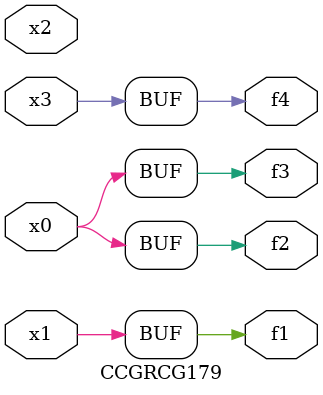
<source format=v>
module CCGRCG179(
	input x0, x1, x2, x3,
	output f1, f2, f3, f4
);
	assign f1 = x1;
	assign f2 = x0;
	assign f3 = x0;
	assign f4 = x3;
endmodule

</source>
